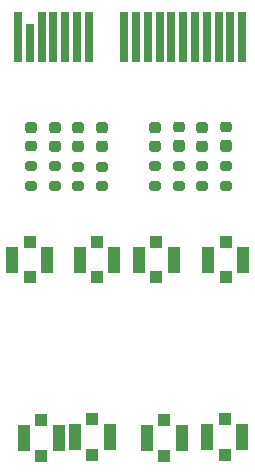
<source format=gbr>
%TF.GenerationSoftware,KiCad,Pcbnew,8.0.4-8.0.4-0~ubuntu22.04.1*%
%TF.CreationDate,2024-08-22T22:04:31-07:00*%
%TF.ProjectId,siglent-la,7369676c-656e-4742-9d6c-612e6b696361,rev?*%
%TF.SameCoordinates,Original*%
%TF.FileFunction,Soldermask,Top*%
%TF.FilePolarity,Negative*%
%FSLAX46Y46*%
G04 Gerber Fmt 4.6, Leading zero omitted, Abs format (unit mm)*
G04 Created by KiCad (PCBNEW 8.0.4-8.0.4-0~ubuntu22.04.1) date 2024-08-22 22:04:31*
%MOMM*%
%LPD*%
G01*
G04 APERTURE LIST*
G04 Aperture macros list*
%AMRoundRect*
0 Rectangle with rounded corners*
0 $1 Rounding radius*
0 $2 $3 $4 $5 $6 $7 $8 $9 X,Y pos of 4 corners*
0 Add a 4 corners polygon primitive as box body*
4,1,4,$2,$3,$4,$5,$6,$7,$8,$9,$2,$3,0*
0 Add four circle primitives for the rounded corners*
1,1,$1+$1,$2,$3*
1,1,$1+$1,$4,$5*
1,1,$1+$1,$6,$7*
1,1,$1+$1,$8,$9*
0 Add four rect primitives between the rounded corners*
20,1,$1+$1,$2,$3,$4,$5,0*
20,1,$1+$1,$4,$5,$6,$7,0*
20,1,$1+$1,$6,$7,$8,$9,0*
20,1,$1+$1,$8,$9,$2,$3,0*%
G04 Aperture macros list end*
%ADD10R,1.000000X1.000000*%
%ADD11R,1.050000X2.200000*%
%ADD12RoundRect,0.200000X0.275000X-0.200000X0.275000X0.200000X-0.275000X0.200000X-0.275000X-0.200000X0*%
%ADD13RoundRect,0.225000X0.250000X-0.225000X0.250000X0.225000X-0.250000X0.225000X-0.250000X-0.225000X0*%
%ADD14R,0.700000X4.300000*%
%ADD15R,0.700000X3.200000*%
G04 APERTURE END LIST*
D10*
%TO.C,J20*%
X119000000Y-84400000D03*
D11*
X117525000Y-85900000D03*
D10*
X119000000Y-87400000D03*
D11*
X120475000Y-85900000D03*
%TD*%
D10*
%TO.C,J19*%
X118925000Y-99400000D03*
D11*
X117450000Y-100900000D03*
D10*
X118925000Y-102400000D03*
D11*
X120400000Y-100900000D03*
%TD*%
D10*
%TO.C,J18*%
X113800000Y-99500000D03*
D11*
X112325000Y-101000000D03*
D10*
X113800000Y-102500000D03*
D11*
X115275000Y-101000000D03*
%TD*%
D10*
%TO.C,J17*%
X113100000Y-84400000D03*
D11*
X111625000Y-85900000D03*
D10*
X113100000Y-87400000D03*
D11*
X114575000Y-85900000D03*
%TD*%
D10*
%TO.C,J16*%
X108100000Y-84400000D03*
D11*
X106625000Y-85900000D03*
D10*
X108100000Y-87400000D03*
D11*
X109575000Y-85900000D03*
%TD*%
%TO.C,J15*%
X109175000Y-100900000D03*
D10*
X107700000Y-102400000D03*
D11*
X106225000Y-100900000D03*
D10*
X107700000Y-99400000D03*
%TD*%
%TO.C,J14*%
X103375000Y-99500000D03*
D11*
X101900000Y-101000000D03*
D10*
X103375000Y-102500000D03*
D11*
X104850000Y-101000000D03*
%TD*%
D10*
%TO.C,J13*%
X102400000Y-84400000D03*
D11*
X100925000Y-85900000D03*
D10*
X102400000Y-87400000D03*
D11*
X103875000Y-85900000D03*
%TD*%
D12*
%TO.C,R30*%
X117000000Y-76325000D03*
X117000000Y-74675000D03*
%TD*%
%TO.C,R31*%
X119000000Y-79650000D03*
X119000000Y-78000000D03*
%TD*%
%TO.C,R21*%
X106500000Y-79690000D03*
X106500000Y-78040000D03*
%TD*%
%TO.C,R20*%
X104500000Y-76325000D03*
X104500000Y-74675000D03*
%TD*%
D13*
%TO.C,C15*%
X117000000Y-76275000D03*
X117000000Y-74725000D03*
%TD*%
D12*
%TO.C,R19*%
X104500000Y-79650000D03*
X104500000Y-78000000D03*
%TD*%
%TO.C,R17*%
X102500000Y-79650000D03*
X102500000Y-78000000D03*
%TD*%
%TO.C,R23*%
X108500000Y-79690000D03*
X108500000Y-78040000D03*
%TD*%
%TO.C,R24*%
X108500000Y-76325000D03*
X108500000Y-74675000D03*
%TD*%
%TO.C,R32*%
X119000000Y-76325000D03*
X119000000Y-74675000D03*
%TD*%
%TO.C,R29*%
X117000000Y-79650000D03*
X117000000Y-78000000D03*
%TD*%
D13*
%TO.C,C9*%
X102500000Y-76275000D03*
X102500000Y-74725000D03*
%TD*%
%TO.C,C10*%
X104500000Y-76275000D03*
X104500000Y-74725000D03*
%TD*%
D12*
%TO.C,R25*%
X113000000Y-79650000D03*
X113000000Y-78000000D03*
%TD*%
D13*
%TO.C,C14*%
X115000000Y-76225000D03*
X115000000Y-74675000D03*
%TD*%
D12*
%TO.C,R26*%
X113000000Y-76325000D03*
X113000000Y-74675000D03*
%TD*%
D13*
%TO.C,C11*%
X106500000Y-76275000D03*
X106500000Y-74725000D03*
%TD*%
%TO.C,C12*%
X108500000Y-76275000D03*
X108500000Y-74725000D03*
%TD*%
D12*
%TO.C,R27*%
X115000000Y-79650000D03*
X115000000Y-78000000D03*
%TD*%
%TO.C,R22*%
X106500000Y-76325000D03*
X106500000Y-74675000D03*
%TD*%
%TO.C,R28*%
X115000000Y-76325000D03*
X115000000Y-74675000D03*
%TD*%
D13*
%TO.C,C16*%
X119000000Y-76200000D03*
X119000000Y-74650000D03*
%TD*%
D14*
%TO.C,J1*%
X101400000Y-67000000D03*
D15*
X102400000Y-67550000D03*
D14*
X103400000Y-67000000D03*
X104400000Y-67000000D03*
X105400000Y-67000000D03*
X106400000Y-67000000D03*
X107400000Y-67000000D03*
X110400000Y-67000000D03*
X111400000Y-67000000D03*
X112400000Y-67000000D03*
X113400000Y-67000000D03*
X114400000Y-67000000D03*
X115400000Y-67000000D03*
X116400000Y-67000000D03*
X117400000Y-67000000D03*
X118400000Y-67000000D03*
X119400000Y-67000000D03*
X120400000Y-67000000D03*
%TD*%
D13*
%TO.C,C13*%
X113000000Y-76275000D03*
X113000000Y-74725000D03*
%TD*%
D12*
%TO.C,R18*%
X102500000Y-76275000D03*
X102500000Y-74625000D03*
%TD*%
M02*

</source>
